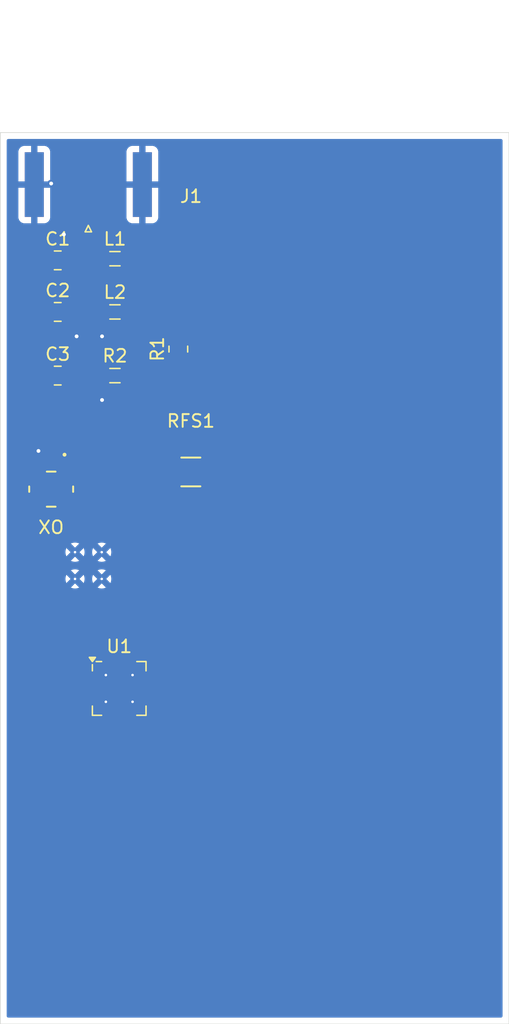
<source format=kicad_pcb>
(kicad_pcb (version 20240108) (generator "pcbnew") (generator_version "8.0")
  (layers (0 "F.Cu" signal) (31 "B.Cu" signal) (34 "B.Paste" user) (35 "F.Paste" user) (36 "B.SilkS" user "B.Silkscreen") (37 "F.SilkS" user "F.Silkscreen") (38 "B.Mask" user) (39 "F.Mask" user) (44 "Edge.Cuts" user))
  (net 0 "")
  (net 1 "GND")
  (net 2 "Net-(C1-Pad1)")
  (net 3 "Net-(J1-In)")
  (net 4 "Net-(C3-Pad1)")
  (net 5 "Net-(RFS1-RFC)")
  (net 9 "+3.3V")
  (net 14 "TX")
  (net 20 "GPIO2")
  (net 21 "GPIO3")
  (net 22 "RXn")
  (net 25 "XO_IN")
  (footprint "Connector_Coaxial:SMA_Amphenol_132289_EdgeMount" (layer "F.Cu") (at 151.670865 58.833359 90)
    (property "Reference" "J1" (at -0.916641 8.079135 360) (layer "F.SilkS"))
    (property "Value" "Conn_Coaxial")
    (fp_line (start -3.71 -0.25) (end -3.71 0.25) (stroke (width 0.12)) (layer "F.SilkS"))
    (fp_line (start -3.21 0) (end -3.71 -0.25) (stroke (width 0.12)) (layer "F.SilkS"))
    (fp_line (start -3.71 0.25) (end -3.21 0) (stroke (width 0.12)) (layer "F.SilkS"))
    (pad "1" smd rect (at 0 0 180) (size 1.5 5.08) (layers "F.Cu" "F.Paste" "F.Mask") (net 3 "Net-(J1-In)"))
    (pad "2" smd rect (at 0 -4.25 180) (size 1.5 5.08) (layers "F.Cu" "F.Paste" "F.Mask") (net 1 "GND"))
    (pad "2" smd rect (at 0 -4.25 180) (size 1.5 5.08) (layers "B.Cu" "B.Paste" "B.Mask") (net 1 "GND"))
    (pad "2" smd rect (at 0 4.25 180) (size 1.5 5.08) (layers "F.Cu" "F.Paste" "F.Mask") (net 1 "GND"))
    (pad "2" smd rect (at 0 4.25 180) (size 1.5 5.08) (layers "B.Cu" "B.Paste" "B.Mask") (net 1 "GND"))
  )
  (footprint "Inductor_SMD:L_0805_2012Metric" (layer "F.Cu") (at 153.764762 68.833359)
    (property "Reference" "L2" (at 0 -1.55 0) (layer "F.SilkS"))
    (property "Value" "L")
    (fp_line (start -0.399622 -0.56) (end 0.399622 -0.56) (stroke (width 0.12)) (layer "F.SilkS"))
    (fp_line (start -0.399622 0.56) (end 0.399622 0.56) (stroke (width 0.12)) (layer "F.SilkS"))
    (pad "1" smd roundrect (at -1.0625 0) (size 0.875 1.2) (layers "F.Cu" "F.Paste" "F.Mask") (net 1 "GND"))
    (pad "2" smd roundrect (at 1.0625 0) (size 0.875 1.2) (layers "F.Cu" "F.Paste" "F.Mask") (net 5 "Net-(RFS1-RFC)"))
  )
  (footprint "Capacitor_SMD:C_0805_2012Metric" (layer "F.Cu") (at 149.264762 68.833359)
    (property "Reference" "C2" (at 0 -1.68 0) (layer "F.SilkS"))
    (property "Value" "4.3pF")
    (fp_line (start -0.261252 -0.735) (end 0.261252 -0.735) (stroke (width 0.12)) (layer "F.SilkS"))
    (fp_line (start -0.261252 0.735) (end 0.261252 0.735) (stroke (width 0.12)) (layer "F.SilkS"))
    (pad "1" smd roundrect (at -0.95 0) (size 1 1.45) (layers "F.Cu" "F.Paste" "F.Mask") (net 3 "Net-(J1-In)"))
    (pad "2" smd roundrect (at 0.95 0) (size 1 1.45) (layers "F.Cu" "F.Paste" "F.Mask") (net 1 "GND"))
  )
  (footprint "Capacitor_SMD:C_0805_2012Metric" (layer "F.Cu") (at 149.264762 73.833359)
    (property "Reference" "C3" (at 0 -1.68 0) (layer "F.SilkS"))
    (property "Value" "56pF")
    (fp_line (start -0.261252 -0.735) (end 0.261252 -0.735) (stroke (width 0.12)) (layer "F.SilkS"))
    (fp_line (start -0.261252 0.735) (end 0.261252 0.735) (stroke (width 0.12)) (layer "F.SilkS"))
    (pad "1" smd roundrect (at -0.95 0) (size 1 1.45) (layers "F.Cu" "F.Paste" "F.Mask") (net 4 "Net-(C3-Pad1)"))
    (pad "2" smd roundrect (at 0.95 0) (size 1 1.45) (layers "F.Cu" "F.Paste" "F.Mask") (net 2 "Net-(C1-Pad1)"))
  )
  (footprint "XO:CDFN4_3P2X2P5_MCH" (layer "F.Cu") (at 148.75 82.75 -90)
    (property "Reference" "XO" (at 3 0 0) (layer "F.SilkS"))
    (property "Value" "DSC1001CI5-030.0000")
    (fp_line (start -0.211184 1.727001) (end 0.211184 1.727001) (stroke (width 0.1524)) (layer "F.SilkS"))
    (fp_line (start 1.377 0.34266) (end 1.377 -0.34266) (stroke (width 0.1524)) (layer "F.SilkS"))
    (fp_line (start -1.377 -0.34266) (end -1.377 0.34266) (stroke (width 0.1524)) (layer "F.SilkS"))
    (fp_line (start 0.211184 -1.727001) (end -0.211184 -1.727001) (stroke (width 0.1524)) (layer "F.SilkS"))
    (fp_circle (center -2.7064 -1.05) (end -2.6302 -1.05) (stroke (width 0.1524)) (fill none) (layer "F.SilkS"))
    (pad "1" smd rect (at -0.952401 -1.05 270) (size 1.2048 0.7492) (layers "F.Cu" "F.Paste" "F.Mask"))
    (pad "2" smd rect (at -0.952401 1.05 270) (size 1.2048 0.7492) (layers "F.Cu" "F.Paste" "F.Mask") (net 1 "GND"))
    (pad "3" smd rect (at 0.952401 1.05 270) (size 1.2048 0.7492) (layers "F.Cu" "F.Paste" "F.Mask") (net 25 "XO_IN"))
    (pad "4" smd rect (at 0.952401 -1.05 270) (size 1.2048 0.7492) (layers "F.Cu" "F.Paste" "F.Mask") (net 9 "+3.3V"))
  )
  (footprint "Inductor_SMD:L_0805_2012Metric" (layer "F.Cu") (at 153.764762 73.833359)
    (property "Reference" "R2" (at 0 -1.55 0) (layer "F.SilkS"))
    (property "Value" "R")
    (fp_line (start -0.399622 -0.56) (end 0.399622 -0.56) (stroke (width 0.12)) (layer "F.SilkS"))
    (fp_line (start -0.399622 0.56) (end 0.399622 0.56) (stroke (width 0.12)) (layer "F.SilkS"))
    (pad "1" smd roundrect (at -1.0625 0) (size 0.875 1.2) (layers "F.Cu" "F.Paste" "F.Mask") (net 1 "GND"))
    (pad "2" smd roundrect (at 1.0625 0) (size 0.875 1.2) (layers "F.Cu" "F.Paste" "F.Mask") (net 4 "Net-(C3-Pad1)"))
  )
  (footprint "Capacitor_SMD:C_0805_2012Metric" (layer "F.Cu") (at 149.264762 64.783548)
    (property "Reference" "C1" (at 0 -1.68 0) (layer "F.SilkS"))
    (property "Value" "4.3pF")
    (fp_line (start -0.261252 -0.735) (end 0.261252 -0.735) (stroke (width 0.12)) (layer "F.SilkS"))
    (fp_line (start -0.261252 0.735) (end 0.261252 0.735) (stroke (width 0.12)) (layer "F.SilkS"))
    (pad "1" smd roundrect (at -0.95 0) (size 1 1.45) (layers "F.Cu" "F.Paste" "F.Mask") (net 2 "Net-(C1-Pad1)"))
    (pad "2" smd roundrect (at 0.95 0) (size 1 1.45) (layers "F.Cu" "F.Paste" "F.Mask") (net 1 "GND"))
  )
  (footprint "Package_DFN_QFN:QFN-20-1EP_4x4mm_P0.5mm_EP2.6x2.6mm_ThermalVias" (layer "F.Cu") (at 154.1 98.4)
    (property "Reference" "U1" (at 0 -3.3 0) (layer "F.SilkS"))
    (property "Value" "Si4463")
    (fp_line (start -2.11 -1.385) (end -2.11 -1.87) (stroke (width 0.12)) (layer "F.SilkS"))
    (fp_line (start -2.11 2.11) (end -2.11 1.385) (stroke (width 0.12)) (layer "F.SilkS"))
    (fp_line (start -1.385 -2.11) (end -1.81 -2.11) (stroke (width 0.12)) (layer "F.SilkS"))
    (fp_line (start -1.385 2.11) (end -2.11 2.11) (stroke (width 0.12)) (layer "F.SilkS"))
    (fp_line (start 1.385 -2.11) (end 2.11 -2.11) (stroke (width 0.12)) (layer "F.SilkS"))
    (fp_line (start 1.385 2.11) (end 2.11 2.11) (stroke (width 0.12)) (layer "F.SilkS"))
    (fp_line (start 2.11 -2.11) (end 2.11 -1.385) (stroke (width 0.12)) (layer "F.SilkS"))
    (fp_line (start 2.11 2.11) (end 2.11 1.385) (stroke (width 0.12)) (layer "F.SilkS"))
    (fp_poly (pts (xy -2.11 -2.11) (xy -2.35 -2.44) (xy -1.87 -2.44) (xy -2.11 -2.11)) (stroke (width 0.12)) (fill solid) (layer "F.SilkS"))
    (pad "1" smd roundrect (at -1.925 -1) (size 0.85 0.25) (layers "F.Cu" "F.Paste" "F.Mask"))
    (pad "2" smd roundrect (at -1.925 -0.5) (size 0.85 0.25) (layers "F.Cu" "F.Paste" "F.Mask"))
    (pad "3" smd roundrect (at -1.925 0) (size 0.85 0.25) (layers "F.Cu" "F.Paste" "F.Mask") (net 22 "RXn"))
    (pad "4" smd roundrect (at -1.925 0.5) (size 0.85 0.25) (layers "F.Cu" "F.Paste" "F.Mask") (net 14 "TX"))
    (pad "5" smd roundrect (at -1.925 1) (size 0.85 0.25) (layers "F.Cu" "F.Paste" "F.Mask"))
    (pad "6" smd roundrect (at -1 1.925) (size 0.25 0.85) (layers "F.Cu" "F.Paste" "F.Mask") (net 9 "+3.3V"))
    (pad "7" smd roundrect (at -0.5 1.925) (size 0.25 0.85) (layers "F.Cu" "F.Paste" "F.Mask"))
    (pad "8" smd roundrect (at 0 1.925) (size 0.25 0.85) (layers "F.Cu" "F.Paste" "F.Mask") (net 9 "+3.3V"))
    (pad "9" smd roundrect (at 0.5 1.925) (size 0.25 0.85) (layers "F.Cu" "F.Paste" "F.Mask"))
    (pad "10" smd roundrect (at 1 1.925) (size 0.25 0.85) (layers "F.Cu" "F.Paste" "F.Mask"))
    (pad "11" smd roundrect (at 1.925 1) (size 0.85 0.25) (layers "F.Cu" "F.Paste" "F.Mask"))
    (pad "12" smd roundrect (at 1.925 0.5) (size 0.85 0.25) (layers "F.Cu" "F.Paste" "F.Mask"))
    (pad "13" smd roundrect (at 1.925 0) (size 0.85 0.25) (layers "F.Cu" "F.Paste" "F.Mask"))
    (pad "14" smd roundrect (at 1.925 -0.5) (size 0.85 0.25) (layers "F.Cu" "F.Paste" "F.Mask"))
    (pad "15" smd roundrect (at 1.925 -1) (size 0.85 0.25) (layers "F.Cu" "F.Paste" "F.Mask"))
    (pad "16" smd roundrect (at 1 -1.925) (size 0.25 0.85) (layers "F.Cu" "F.Paste" "F.Mask"))
    (pad "17" smd roundrect (at 0.5 -1.925) (size 0.25 0.85) (layers "F.Cu" "F.Paste" "F.Mask"))
    (pad "18" smd roundrect (at 0 -1.925) (size 0.25 0.85) (layers "F.Cu" "F.Paste" "F.Mask") (net 1 "GND"))
    (pad "19" smd roundrect (at -0.5 -1.925) (size 0.25 0.85) (layers "F.Cu" "F.Paste" "F.Mask") (net 20 "GPIO2"))
    (pad "20" smd roundrect (at -1 -1.925) (size 0.25 0.85) (layers "F.Cu" "F.Paste" "F.Mask") (net 21 "GPIO3"))
    (pad "21" thru_hole circle (at -1.05 -1.05) (size 0.5 0.5) (drill 0.2) (property pad_prop_heatsink) (layers "*.Cu") (net 1 "GND"))
    (pad "21" thru_hole circle (at -1.05 1.05) (size 0.5 0.5) (drill 0.2) (property pad_prop_heatsink) (layers "*.Cu") (net 1 "GND"))
    (pad "21" smd rect (at 0 0) (size 2.6 2.6) (property pad_prop_heatsink) (layers "F.Cu" "F.Mask") (net 1 "GND"))
    (pad "21" smd rect (at 0 0) (size 2.6 2.6) (property pad_prop_heatsink) (layers "B.Cu") (net 1 "GND"))
    (pad "21" thru_hole circle (at 1.05 -1.05) (size 0.5 0.5) (drill 0.2) (property pad_prop_heatsink) (layers "*.Cu") (net 1 "GND"))
    (pad "21" thru_hole circle (at 1.05 1.05) (size 0.5 0.5) (drill 0.2) (property pad_prop_heatsink) (layers "*.Cu") (net 1 "GND"))
  )
  (footprint "Inductor_SMD:L_0805_2012Metric" (layer "F.Cu") (at 153.764762 64.653548)
    (property "Reference" "L1" (at 0 -1.55 0) (layer "F.SilkS"))
    (property "Value" "8.2nH")
    (fp_line (start -0.399622 -0.56) (end 0.399622 -0.56) (stroke (width 0.12)) (layer "F.SilkS"))
    (fp_line (start -0.399622 0.56) (end 0.399622 0.56) (stroke (width 0.12)) (layer "F.SilkS"))
    (pad "1" smd roundrect (at -1.0625 0) (size 0.875 1.2) (layers "F.Cu" "F.Paste" "F.Mask") (net 2 "Net-(C1-Pad1)"))
    (pad "2" smd roundrect (at 1.0625 0) (size 0.875 1.2) (layers "F.Cu" "F.Paste" "F.Mask") (net 3 "Net-(J1-In)"))
  )
  (footprint "Resistor_SMD:R_0805_2012Metric" (layer "F.Cu") (at 158.75 71.75 90)
    (property "Reference" "R1" (at 0 -1.65 90) (layer "F.SilkS"))
    (property "Value" "R")
    (fp_line (start -0.227064 -0.735) (end 0.227064 -0.735) (stroke (width 0.12)) (layer "F.SilkS"))
    (fp_line (start -0.227064 0.735) (end 0.227064 0.735) (stroke (width 0.12)) (layer "F.SilkS"))
    (pad "1" smd roundrect (at -0.9125 0 90) (size 1.025 1.4) (layers "F.Cu" "F.Paste" "F.Mask") (roundrect_rratio 0.243902) (net 4 "Net-(C3-Pad1)"))
    (pad "2" smd roundrect (at 0.9125 0 90) (size 1.025 1.4) (layers "F.Cu" "F.Paste" "F.Mask") (roundrect_rratio 0.243902) (net 5 "Net-(RFS1-RFC)"))
  )
  (footprint "RF:CG2409M2-C4" (layer "F.Cu") (at 159.734 81.399999)
    (property "Reference" "RFS1" (at 0 -4 0) (layer "F.SilkS"))
    (property "Value" "CG2409M2")
    (fp_line (start -0.7493 1.1303) (end 0.7493 1.1303) (stroke (width 0.1524)) (layer "F.SilkS"))
    (fp_line (start 0.7493 -1.1303) (end -0.7493 -1.1303) (stroke (width 0.1524)) (layer "F.SilkS"))
    (pad "1" smd rect (at -1.016 -0.649999) (size 0.7874 0.254) (layers "F.Cu" "F.Paste" "F.Mask") (net 22 "RXn"))
    (pad "2" smd rect (at -1.016 0) (size 0.7874 0.254) (layers "F.Cu" "F.Paste" "F.Mask") (net 1 "GND"))
    (pad "3" smd rect (at -1.016 0.649999) (size 0.7874 0.254) (layers "F.Cu" "F.Paste" "F.Mask") (net 14 "TX"))
    (pad "4" smd rect (at 1.016 0.649999) (size 0.7874 0.254) (layers "F.Cu" "F.Paste" "F.Mask") (net 20 "GPIO2"))
    (pad "5" smd rect (at 1.016 0) (size 0.7874 0.254) (layers "F.Cu" "F.Paste" "F.Mask") (net 5 "Net-(RFS1-RFC)"))
    (pad "6" smd rect (at 1.016 -0.649999) (size 0.7874 0.254) (layers "F.Cu" "F.Paste" "F.Mask") (net 21 "GPIO3"))
  )
  (gr_rect (start 144.75 54.75) (end 184.75 124.75) (stroke (width 0.05)) (fill none) (layer "Edge.Cuts"))
  (segment (start 149.75 62.75) (end 150.214762 63.214762) (width 0.2) (layer "F.Cu") (net 1))
  (segment (start 152.702262 75.702262) (end 152.75 75.75) (width 0.2) (layer "F.Cu") (net 1))
  (segment (start 152.702262 73.833359) (end 152.702262 75.702262) (width 0.2) (layer "F.Cu") (net 1))
  (segment (start 148.666641 58.833359) (end 148.75 58.75) (width 0.2) (layer "F.Cu") (net 1))
  (segment (start 147.420865 58.833359) (end 148.666641 58.833359) (width 0.2) (layer "F.Cu") (net 1))
  (segment (start 150.214762 63.214762) (end 150.214762 64.783548) (width 0.2) (layer "F.Cu") (net 1))
  (segment (start 152.702262 70.702262) (end 152.75 70.75) (width 0.2) (layer "F.Cu") (net 1))
  (segment (start 147.7 81.797599) (end 147.7 79.8) (width 0.2) (layer "F.Cu") (net 1))
  (segment (start 147.7 79.8) (end 147.75 79.75) (width 0.2) (layer "F.Cu") (net 1))
  (segment (start 152.702262 68.833359) (end 152.702262 70.702262) (width 0.2) (layer "F.Cu") (net 1))
  (segment (start 150.214762 68.833359) (end 150.214762 70.214762) (width 0.2) (layer "F.Cu") (net 1))
  (segment (start 150.214762 70.214762) (end 150.75 70.75) (width 0.2) (layer "F.Cu") (net 1))
  (via (at 149.75 62.75) (size 0.6) (drill 0.3) (layers "F.Cu" "B.Cu") (net 1))
  (via (at 148.75 58.75) (size 0.6) (drill 0.3) (layers "F.Cu" "B.Cu") (net 1))
  (via (at 150.75 70.75) (size 0.6) (drill 0.3) (layers "F.Cu" "B.Cu") (net 1))
  (via (at 152.75 75.75) (size 0.6) (drill 0.3) (layers "F.Cu" "B.Cu") (net 1))
  (via (at 147.75 79.75) (size 0.6) (drill 0.3) (layers "F.Cu" "B.Cu") (net 1))
  (via (at 152.75 70.75) (size 0.6) (drill 0.3) (layers "F.Cu" "B.Cu") (net 1))
  (segment (start 148.75 78.75) (end 148.75 77.75) (width 0.2) (layer "B.Cu") (net 1))
  (segment (start 148.75 58.75) (end 149.75 58.75) (width 0.2) (layer "B.Cu") (net 1))
  (segment (start 150.75 70.75) (end 150.75 71.75) (width 0.2) (layer "B.Cu") (net 1))
  (segment (start 152.75 75.75) (end 152.75 76.75) (width 0.2) (layer "B.Cu") (net 1))
  (segment (start 152.75 70.75) (end 152.75 71.75) (width 0.2) (layer "B.Cu") (net 1))
  (segment (start 149.75 62.75) (end 149.75 61.75) (width 0.2) (layer "B.Cu") (net 1))
  (zone (net 1) (net_name "GND") (layer "B.Cu") (connect_pads (clearance 0.5)) (min_thickness 0.25) (fill yes (thermal_gap 0.5) (thermal_bridge_width 0.5))
    (polygon (pts (xy 144.75 54.75) (xy 144.75 124.75) (xy 184.75 124.75) (xy 184.75 54.75)))
  )
)
</source>
